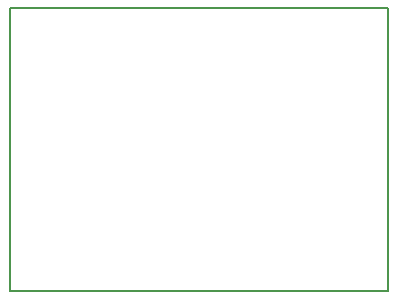
<source format=gm1>
%FSLAX25Y25*%
%MOIN*%
G70*
G01*
G75*
G04 Layer_Color=16711935*
%ADD10R,0.02756X0.03347*%
%ADD11C,0.01000*%
%ADD12C,0.00500*%
%ADD13O,0.04724X0.06299*%
%ADD14R,0.04724X0.06299*%
%ADD15O,0.06299X0.04724*%
%ADD16R,0.06299X0.04724*%
%ADD17R,0.05906X0.05906*%
%ADD18C,0.05906*%
%ADD19C,0.02000*%
%ADD20C,0.00787*%
%ADD21R,0.03556X0.04147*%
%ADD22O,0.05524X0.07099*%
%ADD23R,0.05524X0.07099*%
%ADD24O,0.07099X0.05524*%
%ADD25R,0.07099X0.05524*%
%ADD26R,0.06706X0.06706*%
%ADD27C,0.06706*%
D12*
X0Y0D02*
X125984D01*
X0Y-94488D02*
Y0D01*
Y-94488D02*
X125984D01*
Y0D01*
X0D02*
X125984D01*
X0Y-94488D02*
Y0D01*
Y-94488D02*
X125984D01*
Y0D01*
M02*

</source>
